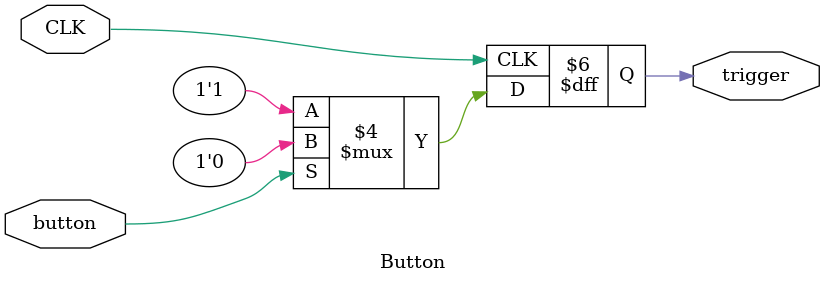
<source format=v>
`timescale 1ns / 1ps


module Button(
        input CLK,
        input button,
        output reg trigger
    );
    
    always@(posedge CLK)begin
        if(!button)
            trigger<=1;
        else
            trigger<=0;
    end
    
endmodule
</source>
